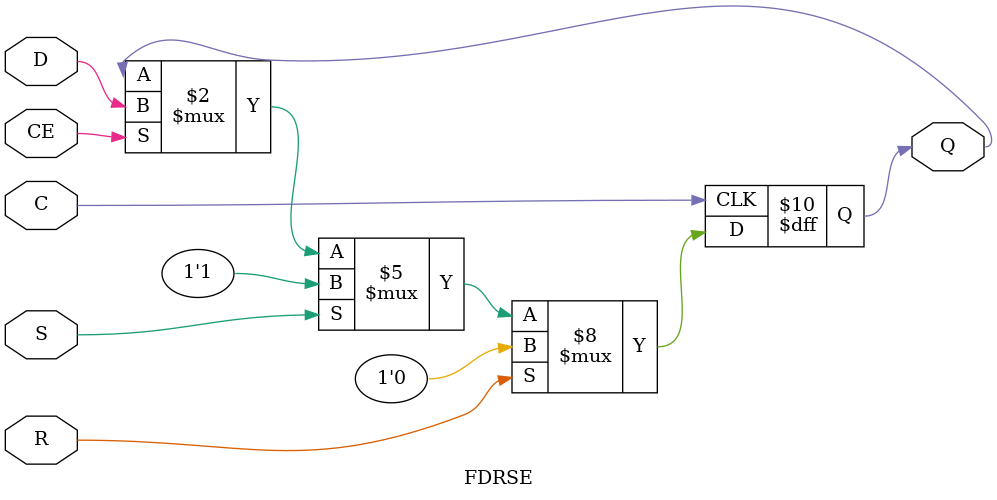
<source format=v>

/*

FUNCTION	: D-FLIP-FLOP with sync reset, sync set and clock enable

*/

`celldefine
`timescale  100 ps / 10 ps

module FDRSE (Q, C, CE, D, R, S);

    parameter INIT = 1'b0;

    output Q;
    reg    Q;

    input  C, CE, D, R, S;

	always @(posedge C)
	    if (R)
		Q <= 0;
	    else if (S)
		Q <= 1;
	    else if (CE)
		Q <= D;

endmodule

</source>
